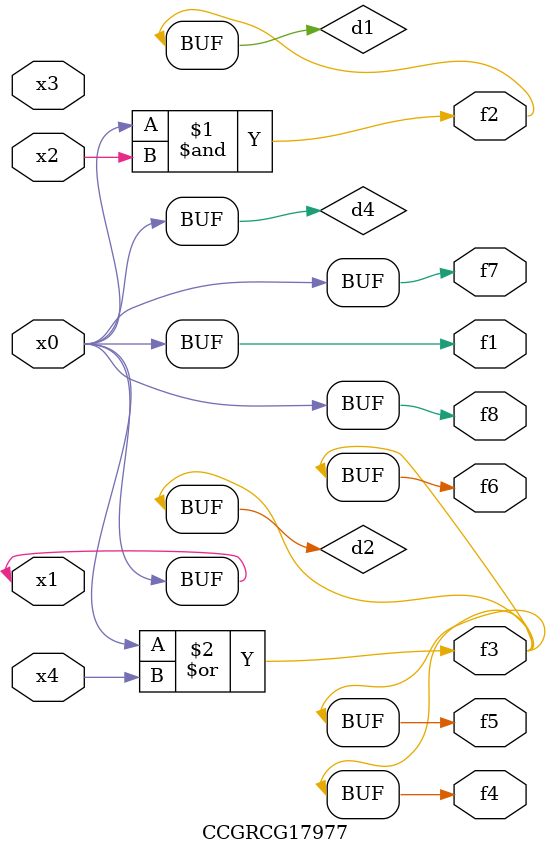
<source format=v>
module CCGRCG17977(
	input x0, x1, x2, x3, x4,
	output f1, f2, f3, f4, f5, f6, f7, f8
);

	wire d1, d2, d3, d4;

	and (d1, x0, x2);
	or (d2, x0, x4);
	nand (d3, x0, x2);
	buf (d4, x0, x1);
	assign f1 = d4;
	assign f2 = d1;
	assign f3 = d2;
	assign f4 = d2;
	assign f5 = d2;
	assign f6 = d2;
	assign f7 = d4;
	assign f8 = d4;
endmodule

</source>
